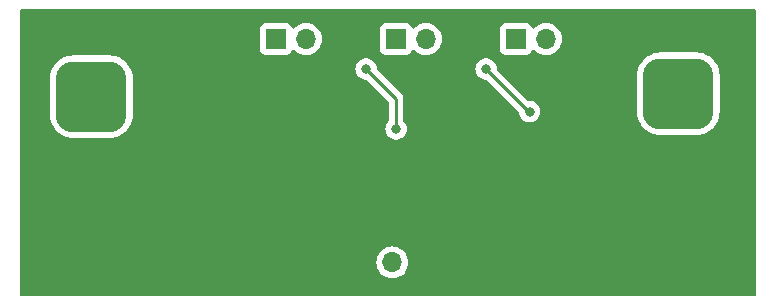
<source format=gbl>
%TF.GenerationSoftware,KiCad,Pcbnew,7.0.2*%
%TF.CreationDate,2023-06-26T21:45:58-07:00*%
%TF.ProjectId,Current Sense Standalone,43757272-656e-4742-9053-656e73652053,rev?*%
%TF.SameCoordinates,Original*%
%TF.FileFunction,Copper,L2,Bot*%
%TF.FilePolarity,Positive*%
%FSLAX46Y46*%
G04 Gerber Fmt 4.6, Leading zero omitted, Abs format (unit mm)*
G04 Created by KiCad (PCBNEW 7.0.2) date 2023-06-26 21:45:58*
%MOMM*%
%LPD*%
G01*
G04 APERTURE LIST*
G04 Aperture macros list*
%AMRoundRect*
0 Rectangle with rounded corners*
0 $1 Rounding radius*
0 $2 $3 $4 $5 $6 $7 $8 $9 X,Y pos of 4 corners*
0 Add a 4 corners polygon primitive as box body*
4,1,4,$2,$3,$4,$5,$6,$7,$8,$9,$2,$3,0*
0 Add four circle primitives for the rounded corners*
1,1,$1+$1,$2,$3*
1,1,$1+$1,$4,$5*
1,1,$1+$1,$6,$7*
1,1,$1+$1,$8,$9*
0 Add four rect primitives between the rounded corners*
20,1,$1+$1,$2,$3,$4,$5,0*
20,1,$1+$1,$4,$5,$6,$7,0*
20,1,$1+$1,$6,$7,$8,$9,0*
20,1,$1+$1,$8,$9,$2,$3,0*%
G04 Aperture macros list end*
%TA.AperFunction,ComponentPad*%
%ADD10C,6.000000*%
%TD*%
%TA.AperFunction,ComponentPad*%
%ADD11RoundRect,1.500000X-1.500000X1.500000X-1.500000X-1.500000X1.500000X-1.500000X1.500000X1.500000X0*%
%TD*%
%TA.AperFunction,ComponentPad*%
%ADD12R,1.700000X1.700000*%
%TD*%
%TA.AperFunction,ComponentPad*%
%ADD13O,1.700000X1.700000*%
%TD*%
%TA.AperFunction,ViaPad*%
%ADD14C,0.800000*%
%TD*%
%TA.AperFunction,Conductor*%
%ADD15C,0.250000*%
%TD*%
G04 APERTURE END LIST*
D10*
X168674045Y-95661822D03*
D11*
X168674045Y-88461822D03*
D12*
X154940000Y-83820000D03*
D13*
X157480000Y-83820000D03*
D12*
X141928963Y-102738800D03*
D13*
X144468963Y-102738800D03*
D12*
X134620000Y-83820000D03*
D13*
X137160000Y-83820000D03*
D12*
X144765000Y-83820000D03*
D13*
X147305000Y-83820000D03*
D11*
X118980936Y-88710973D03*
D10*
X118980936Y-95910973D03*
D14*
X147320000Y-93980000D03*
X156092299Y-89971509D03*
X152400000Y-86360000D03*
X144780000Y-91440000D03*
X142240000Y-86360000D03*
D15*
X156011509Y-89971509D02*
X156092299Y-89971509D01*
X152400000Y-86360000D02*
X156011509Y-89971509D01*
X144780000Y-88900000D02*
X144780000Y-91440000D01*
X142240000Y-86360000D02*
X144780000Y-88900000D01*
%TA.AperFunction,Conductor*%
G36*
X175202539Y-81300185D02*
G01*
X175248294Y-81352989D01*
X175259500Y-81404500D01*
X175259500Y-105481978D01*
X175239815Y-105549017D01*
X175187011Y-105594772D01*
X175135500Y-105605978D01*
X113060653Y-105605978D01*
X112993614Y-105586293D01*
X112947859Y-105533489D01*
X112936653Y-105481978D01*
X112936653Y-102738799D01*
X143113303Y-102738799D01*
X143133899Y-102974207D01*
X143178672Y-103141301D01*
X143195060Y-103202463D01*
X143294928Y-103416630D01*
X143430468Y-103610201D01*
X143597562Y-103777295D01*
X143791133Y-103912835D01*
X144005300Y-104012703D01*
X144233555Y-104073863D01*
X144468963Y-104094459D01*
X144704371Y-104073863D01*
X144932626Y-104012703D01*
X145146793Y-103912835D01*
X145340364Y-103777295D01*
X145507458Y-103610201D01*
X145642998Y-103416630D01*
X145742866Y-103202463D01*
X145804026Y-102974208D01*
X145824622Y-102738800D01*
X145804026Y-102503392D01*
X145742866Y-102275137D01*
X145642998Y-102060971D01*
X145507458Y-101867399D01*
X145340364Y-101700305D01*
X145146793Y-101564765D01*
X144932626Y-101464897D01*
X144871464Y-101448509D01*
X144704370Y-101403736D01*
X144468963Y-101383140D01*
X144233555Y-101403736D01*
X144005299Y-101464897D01*
X143791133Y-101564765D01*
X143597561Y-101700305D01*
X143430468Y-101867398D01*
X143294928Y-102060970D01*
X143195060Y-102275136D01*
X143133899Y-102503392D01*
X143113303Y-102738799D01*
X112936653Y-102738799D01*
X112936653Y-90282421D01*
X115480436Y-90282421D01*
X115480593Y-90284629D01*
X115480594Y-90284631D01*
X115495740Y-90496402D01*
X115556565Y-90776014D01*
X115656570Y-91044136D01*
X115793708Y-91295286D01*
X115879453Y-91409827D01*
X115965197Y-91524368D01*
X116167541Y-91726712D01*
X116276509Y-91808284D01*
X116396622Y-91898200D01*
X116486024Y-91947017D01*
X116647775Y-92035340D01*
X116915890Y-92135342D01*
X116915893Y-92135342D01*
X116915894Y-92135343D01*
X116968153Y-92146711D01*
X117195508Y-92196169D01*
X117409488Y-92211473D01*
X117411703Y-92211473D01*
X120550169Y-92211473D01*
X120552384Y-92211473D01*
X120766364Y-92196169D01*
X121045982Y-92135342D01*
X121314097Y-92035340D01*
X121565251Y-91898199D01*
X121794331Y-91726712D01*
X121996675Y-91524368D01*
X122168162Y-91295288D01*
X122305303Y-91044134D01*
X122405305Y-90776019D01*
X122466132Y-90496401D01*
X122481436Y-90282421D01*
X122481436Y-87139525D01*
X122466132Y-86925545D01*
X122405305Y-86645927D01*
X122305303Y-86377812D01*
X122295577Y-86360000D01*
X141334540Y-86360000D01*
X141354326Y-86548257D01*
X141412820Y-86728284D01*
X141507466Y-86892216D01*
X141634129Y-87032889D01*
X141787269Y-87144151D01*
X141960197Y-87221144D01*
X142145352Y-87260500D01*
X142145354Y-87260500D01*
X142204548Y-87260500D01*
X142271587Y-87280185D01*
X142292229Y-87296819D01*
X144118181Y-89122771D01*
X144151666Y-89184094D01*
X144154500Y-89210452D01*
X144154500Y-90741312D01*
X144134815Y-90808351D01*
X144122650Y-90824284D01*
X144047466Y-90907783D01*
X143952820Y-91071715D01*
X143894326Y-91251742D01*
X143874540Y-91440000D01*
X143894326Y-91628257D01*
X143952820Y-91808284D01*
X144047466Y-91972216D01*
X144174129Y-92112889D01*
X144327269Y-92224151D01*
X144500197Y-92301144D01*
X144685352Y-92340500D01*
X144685354Y-92340500D01*
X144874648Y-92340500D01*
X144998084Y-92314262D01*
X145059803Y-92301144D01*
X145232730Y-92224151D01*
X145271244Y-92196169D01*
X145385870Y-92112889D01*
X145455698Y-92035338D01*
X145512533Y-91972216D01*
X145607179Y-91808284D01*
X145665674Y-91628256D01*
X145685460Y-91440000D01*
X145665674Y-91251744D01*
X145607179Y-91071716D01*
X145607179Y-91071715D01*
X145512533Y-90907783D01*
X145437350Y-90824284D01*
X145407120Y-90761293D01*
X145405500Y-90741312D01*
X145405500Y-88982739D01*
X145407763Y-88962238D01*
X145405561Y-88892143D01*
X145405500Y-88888249D01*
X145405500Y-88864544D01*
X145405500Y-88860650D01*
X145404998Y-88856681D01*
X145404080Y-88845024D01*
X145402709Y-88801372D01*
X145397119Y-88782134D01*
X145393174Y-88763082D01*
X145390664Y-88743208D01*
X145390664Y-88743207D01*
X145374578Y-88702581D01*
X145370805Y-88691560D01*
X145358617Y-88649610D01*
X145348421Y-88632369D01*
X145339863Y-88614902D01*
X145332486Y-88596268D01*
X145306798Y-88560912D01*
X145300409Y-88551184D01*
X145278170Y-88513579D01*
X145264006Y-88499415D01*
X145251369Y-88484620D01*
X145239595Y-88468414D01*
X145239594Y-88468413D01*
X145205935Y-88440568D01*
X145197305Y-88432714D01*
X143178960Y-86414369D01*
X143149272Y-86359999D01*
X151494540Y-86359999D01*
X151514326Y-86548257D01*
X151572820Y-86728284D01*
X151667466Y-86892216D01*
X151794129Y-87032889D01*
X151947269Y-87144151D01*
X152120197Y-87221144D01*
X152305352Y-87260500D01*
X152305354Y-87260500D01*
X152364548Y-87260500D01*
X152431587Y-87280185D01*
X152452228Y-87296818D01*
X153846949Y-88691540D01*
X155162826Y-90007417D01*
X155196311Y-90068740D01*
X155198466Y-90082136D01*
X155206625Y-90159766D01*
X155265119Y-90339793D01*
X155359765Y-90503725D01*
X155486428Y-90644398D01*
X155639568Y-90755660D01*
X155812496Y-90832653D01*
X155997651Y-90872009D01*
X155997653Y-90872009D01*
X156186947Y-90872009D01*
X156310382Y-90845771D01*
X156372102Y-90832653D01*
X156545029Y-90755660D01*
X156698170Y-90644397D01*
X156824832Y-90503725D01*
X156919478Y-90339793D01*
X156977973Y-90159765D01*
X156991268Y-90033270D01*
X165173545Y-90033270D01*
X165173702Y-90035478D01*
X165173703Y-90035480D01*
X165188849Y-90247251D01*
X165249674Y-90526863D01*
X165349679Y-90794985D01*
X165486817Y-91046135D01*
X165505966Y-91071715D01*
X165658306Y-91275217D01*
X165860650Y-91477561D01*
X165923180Y-91524370D01*
X166089731Y-91649049D01*
X166229480Y-91725357D01*
X166340884Y-91786189D01*
X166608999Y-91886191D01*
X166609002Y-91886191D01*
X166609003Y-91886192D01*
X166661262Y-91897560D01*
X166888617Y-91947018D01*
X167102597Y-91962322D01*
X167104812Y-91962322D01*
X170243278Y-91962322D01*
X170245493Y-91962322D01*
X170459473Y-91947018D01*
X170739091Y-91886191D01*
X171007206Y-91786189D01*
X171258360Y-91649048D01*
X171487440Y-91477561D01*
X171689784Y-91275217D01*
X171861271Y-91046137D01*
X171998412Y-90794983D01*
X172098414Y-90526868D01*
X172159241Y-90247250D01*
X172174545Y-90033270D01*
X172174545Y-86890374D01*
X172159241Y-86676394D01*
X172098414Y-86396776D01*
X171998412Y-86128661D01*
X171861271Y-85877507D01*
X171689784Y-85648427D01*
X171487440Y-85446083D01*
X171274401Y-85286604D01*
X171258358Y-85274594D01*
X171007208Y-85137456D01*
X171007207Y-85137455D01*
X171007206Y-85137455D01*
X170739091Y-85037453D01*
X170739086Y-85037451D01*
X170459474Y-84976626D01*
X170247703Y-84961480D01*
X170247701Y-84961479D01*
X170245493Y-84961322D01*
X167102597Y-84961322D01*
X167100389Y-84961479D01*
X167100386Y-84961480D01*
X166888615Y-84976626D01*
X166609003Y-85037451D01*
X166340881Y-85137456D01*
X166089731Y-85274594D01*
X165860647Y-85446085D01*
X165658308Y-85648424D01*
X165486817Y-85877508D01*
X165349679Y-86128658D01*
X165249674Y-86396780D01*
X165188849Y-86676392D01*
X165188849Y-86676394D01*
X165173545Y-86890374D01*
X165173545Y-90033270D01*
X156991268Y-90033270D01*
X156997759Y-89971509D01*
X156977973Y-89783253D01*
X156919478Y-89603225D01*
X156919478Y-89603224D01*
X156824832Y-89439292D01*
X156698169Y-89298619D01*
X156545029Y-89187357D01*
X156372101Y-89110364D01*
X156186947Y-89071009D01*
X156186945Y-89071009D01*
X156046961Y-89071009D01*
X155979922Y-89051324D01*
X155959280Y-89034690D01*
X153338960Y-86414369D01*
X153305475Y-86353046D01*
X153303323Y-86339668D01*
X153285674Y-86171744D01*
X153227179Y-85991716D01*
X153227179Y-85991715D01*
X153132533Y-85827783D01*
X153005870Y-85687110D01*
X152852730Y-85575848D01*
X152679802Y-85498855D01*
X152494648Y-85459500D01*
X152494646Y-85459500D01*
X152305354Y-85459500D01*
X152305352Y-85459500D01*
X152120197Y-85498855D01*
X151947269Y-85575848D01*
X151794129Y-85687110D01*
X151667466Y-85827783D01*
X151572820Y-85991715D01*
X151514326Y-86171742D01*
X151494540Y-86359999D01*
X143149272Y-86359999D01*
X143145475Y-86353046D01*
X143143323Y-86339668D01*
X143125674Y-86171744D01*
X143067179Y-85991716D01*
X143067179Y-85991715D01*
X142972533Y-85827783D01*
X142845870Y-85687110D01*
X142692730Y-85575848D01*
X142519802Y-85498855D01*
X142334648Y-85459500D01*
X142334646Y-85459500D01*
X142145354Y-85459500D01*
X142145352Y-85459500D01*
X141960197Y-85498855D01*
X141787269Y-85575848D01*
X141634129Y-85687110D01*
X141507466Y-85827783D01*
X141412820Y-85991715D01*
X141354326Y-86171742D01*
X141334540Y-86360000D01*
X122295577Y-86360000D01*
X122169256Y-86128661D01*
X122168163Y-86126659D01*
X122125290Y-86069387D01*
X121996675Y-85897578D01*
X121794331Y-85695234D01*
X121634850Y-85575848D01*
X121565249Y-85523745D01*
X121314099Y-85386607D01*
X121314098Y-85386606D01*
X121314097Y-85386606D01*
X121045982Y-85286604D01*
X121045977Y-85286602D01*
X120766365Y-85225777D01*
X120554594Y-85210631D01*
X120554592Y-85210630D01*
X120552384Y-85210473D01*
X117409488Y-85210473D01*
X117407280Y-85210630D01*
X117407277Y-85210631D01*
X117195506Y-85225777D01*
X116915894Y-85286602D01*
X116647772Y-85386607D01*
X116396622Y-85523745D01*
X116167538Y-85695236D01*
X115965199Y-85897575D01*
X115793708Y-86126659D01*
X115656570Y-86377809D01*
X115556565Y-86645931D01*
X115502990Y-86892216D01*
X115495740Y-86925545D01*
X115480436Y-87139525D01*
X115480436Y-90282421D01*
X112936653Y-90282421D01*
X112936653Y-84714578D01*
X133269500Y-84714578D01*
X133269501Y-84717872D01*
X133269853Y-84721152D01*
X133269854Y-84721159D01*
X133275909Y-84777484D01*
X133301056Y-84844906D01*
X133326204Y-84912331D01*
X133412454Y-85027546D01*
X133527669Y-85113796D01*
X133662517Y-85164091D01*
X133722127Y-85170500D01*
X135517872Y-85170499D01*
X135577483Y-85164091D01*
X135712331Y-85113796D01*
X135827546Y-85027546D01*
X135913796Y-84912331D01*
X135962810Y-84780916D01*
X136004681Y-84724983D01*
X136070146Y-84700566D01*
X136138419Y-84715418D01*
X136166673Y-84736569D01*
X136288599Y-84858495D01*
X136482170Y-84994035D01*
X136696337Y-85093903D01*
X136924591Y-85155063D01*
X136924592Y-85155063D01*
X137159999Y-85175659D01*
X137159999Y-85175658D01*
X137160000Y-85175659D01*
X137395408Y-85155063D01*
X137623663Y-85093903D01*
X137837830Y-84994035D01*
X138031401Y-84858495D01*
X138175318Y-84714578D01*
X143414500Y-84714578D01*
X143414501Y-84717872D01*
X143414853Y-84721152D01*
X143414854Y-84721159D01*
X143420909Y-84777484D01*
X143446056Y-84844906D01*
X143471204Y-84912331D01*
X143557454Y-85027546D01*
X143672669Y-85113796D01*
X143807517Y-85164091D01*
X143867127Y-85170500D01*
X145662872Y-85170499D01*
X145722483Y-85164091D01*
X145857331Y-85113796D01*
X145972546Y-85027546D01*
X146058796Y-84912331D01*
X146107810Y-84780916D01*
X146149681Y-84724983D01*
X146215146Y-84700566D01*
X146283419Y-84715418D01*
X146311673Y-84736569D01*
X146433599Y-84858495D01*
X146627170Y-84994035D01*
X146841337Y-85093903D01*
X147069592Y-85155063D01*
X147305000Y-85175659D01*
X147540408Y-85155063D01*
X147768663Y-85093903D01*
X147982830Y-84994035D01*
X148176401Y-84858495D01*
X148320318Y-84714578D01*
X153589500Y-84714578D01*
X153589501Y-84717872D01*
X153589853Y-84721152D01*
X153589854Y-84721159D01*
X153595909Y-84777484D01*
X153621056Y-84844906D01*
X153646204Y-84912331D01*
X153732454Y-85027546D01*
X153847669Y-85113796D01*
X153982517Y-85164091D01*
X154042127Y-85170500D01*
X155837872Y-85170499D01*
X155897483Y-85164091D01*
X156032331Y-85113796D01*
X156147546Y-85027546D01*
X156233796Y-84912331D01*
X156282810Y-84780916D01*
X156324681Y-84724983D01*
X156390146Y-84700566D01*
X156458419Y-84715418D01*
X156486673Y-84736569D01*
X156608599Y-84858495D01*
X156802170Y-84994035D01*
X157016337Y-85093903D01*
X157244592Y-85155063D01*
X157480000Y-85175659D01*
X157715408Y-85155063D01*
X157943663Y-85093903D01*
X158157830Y-84994035D01*
X158351401Y-84858495D01*
X158518495Y-84691401D01*
X158654035Y-84497830D01*
X158753903Y-84283663D01*
X158815063Y-84055408D01*
X158835659Y-83820000D01*
X158815063Y-83584592D01*
X158753903Y-83356337D01*
X158654035Y-83142171D01*
X158518495Y-82948599D01*
X158351401Y-82781505D01*
X158157830Y-82645965D01*
X157943663Y-82546097D01*
X157882501Y-82529709D01*
X157715407Y-82484936D01*
X157480000Y-82464340D01*
X157244592Y-82484936D01*
X157016336Y-82546097D01*
X156802170Y-82645965D01*
X156608601Y-82781503D01*
X156486673Y-82903431D01*
X156425350Y-82936915D01*
X156355658Y-82931931D01*
X156299725Y-82890059D01*
X156282810Y-82859082D01*
X156275658Y-82839907D01*
X156233796Y-82727669D01*
X156147546Y-82612454D01*
X156032331Y-82526204D01*
X155897483Y-82475909D01*
X155837873Y-82469500D01*
X155834550Y-82469500D01*
X154045439Y-82469500D01*
X154045420Y-82469500D01*
X154042128Y-82469501D01*
X154038848Y-82469853D01*
X154038840Y-82469854D01*
X153982515Y-82475909D01*
X153847669Y-82526204D01*
X153732454Y-82612454D01*
X153646204Y-82727668D01*
X153646203Y-82727669D01*
X153646204Y-82727669D01*
X153595909Y-82862517D01*
X153589500Y-82922127D01*
X153589500Y-82925448D01*
X153589500Y-82925449D01*
X153589500Y-84714560D01*
X153589500Y-84714578D01*
X148320318Y-84714578D01*
X148343495Y-84691401D01*
X148479035Y-84497830D01*
X148578903Y-84283663D01*
X148640063Y-84055408D01*
X148660659Y-83820000D01*
X148640063Y-83584592D01*
X148578903Y-83356337D01*
X148479035Y-83142171D01*
X148343495Y-82948599D01*
X148176401Y-82781505D01*
X147982830Y-82645965D01*
X147768663Y-82546097D01*
X147707501Y-82529709D01*
X147540407Y-82484936D01*
X147305000Y-82464340D01*
X147069592Y-82484936D01*
X146841336Y-82546097D01*
X146627170Y-82645965D01*
X146433601Y-82781503D01*
X146311673Y-82903431D01*
X146250350Y-82936915D01*
X146180658Y-82931931D01*
X146124725Y-82890059D01*
X146107810Y-82859082D01*
X146100658Y-82839907D01*
X146058796Y-82727669D01*
X145972546Y-82612454D01*
X145857331Y-82526204D01*
X145722483Y-82475909D01*
X145662873Y-82469500D01*
X145659550Y-82469500D01*
X143870439Y-82469500D01*
X143870420Y-82469500D01*
X143867128Y-82469501D01*
X143863848Y-82469853D01*
X143863840Y-82469854D01*
X143807515Y-82475909D01*
X143672669Y-82526204D01*
X143557454Y-82612454D01*
X143471204Y-82727668D01*
X143471203Y-82727669D01*
X143471204Y-82727669D01*
X143420909Y-82862517D01*
X143414500Y-82922127D01*
X143414500Y-82925448D01*
X143414500Y-82925449D01*
X143414500Y-84714560D01*
X143414500Y-84714578D01*
X138175318Y-84714578D01*
X138198495Y-84691401D01*
X138334035Y-84497830D01*
X138433903Y-84283663D01*
X138495063Y-84055408D01*
X138515659Y-83820000D01*
X138495063Y-83584592D01*
X138433903Y-83356337D01*
X138334035Y-83142171D01*
X138198495Y-82948599D01*
X138031401Y-82781505D01*
X137837830Y-82645965D01*
X137623663Y-82546097D01*
X137562501Y-82529709D01*
X137395407Y-82484936D01*
X137159999Y-82464340D01*
X136924592Y-82484936D01*
X136696336Y-82546097D01*
X136482170Y-82645965D01*
X136288601Y-82781503D01*
X136166673Y-82903431D01*
X136105350Y-82936915D01*
X136035658Y-82931931D01*
X135979725Y-82890059D01*
X135962810Y-82859082D01*
X135955658Y-82839907D01*
X135913796Y-82727669D01*
X135827546Y-82612454D01*
X135712331Y-82526204D01*
X135577483Y-82475909D01*
X135517873Y-82469500D01*
X135514550Y-82469500D01*
X133725439Y-82469500D01*
X133725420Y-82469500D01*
X133722128Y-82469501D01*
X133718848Y-82469853D01*
X133718840Y-82469854D01*
X133662515Y-82475909D01*
X133527669Y-82526204D01*
X133412454Y-82612454D01*
X133326204Y-82727668D01*
X133326203Y-82727669D01*
X133326204Y-82727669D01*
X133275909Y-82862517D01*
X133269500Y-82922127D01*
X133269500Y-82925448D01*
X133269500Y-82925449D01*
X133269500Y-84714560D01*
X133269500Y-84714578D01*
X112936653Y-84714578D01*
X112936653Y-81404500D01*
X112956338Y-81337461D01*
X113009142Y-81291706D01*
X113060653Y-81280500D01*
X175135500Y-81280500D01*
X175202539Y-81300185D01*
G37*
%TD.AperFunction*%
M02*

</source>
